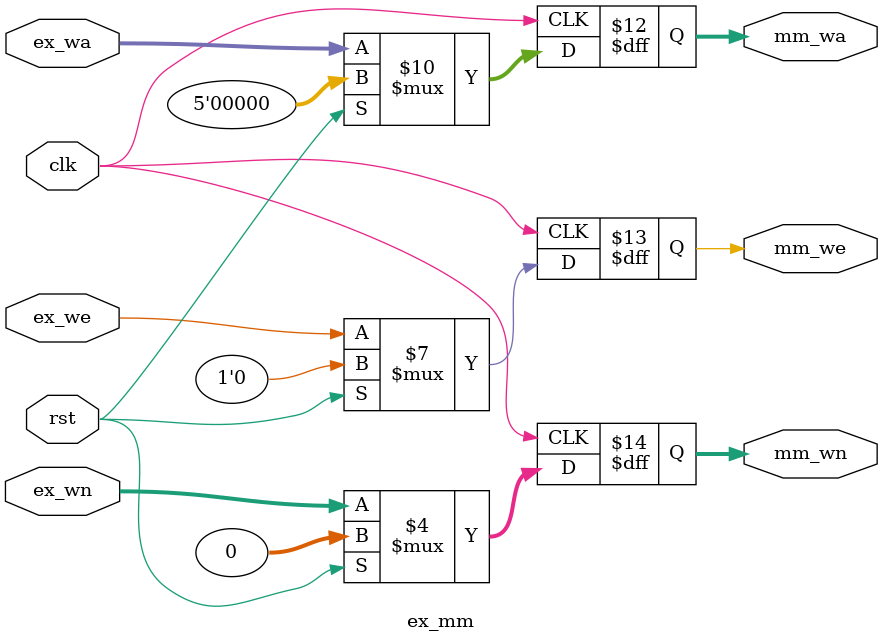
<source format=v>
module ex_mm (
    input   wire    rst,
    input   wire    clk,
    input   wire[4:0]   ex_wa,
    input   wire        ex_we,
    input   wire[31:0]  ex_wn,
    output  reg[4:0]    mm_wa,
    output  reg         mm_we,
    output  reg[31:0]   mm_wn
);

    always @ (posedge clk) begin
        if (rst == 1'b1) begin
            mm_wa <= 5'h0;
            mm_we <= 1'h0;
            mm_wn <= 32'h0;
        end else begin
            $display("ex_wn %d", ex_wn);
            mm_wa <= ex_wa;
            mm_we <= ex_we;
            mm_wn <= ex_wn;
        end
    end

endmodule

</source>
